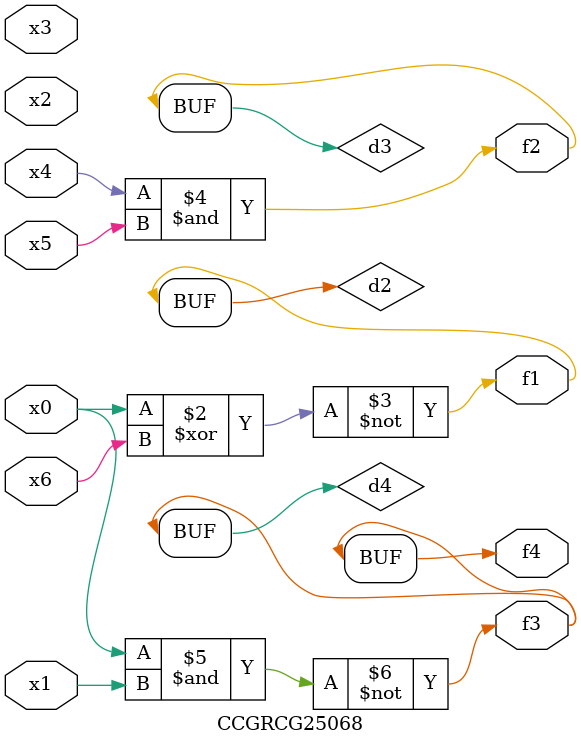
<source format=v>
module CCGRCG25068(
	input x0, x1, x2, x3, x4, x5, x6,
	output f1, f2, f3, f4
);

	wire d1, d2, d3, d4;

	nor (d1, x0);
	xnor (d2, x0, x6);
	and (d3, x4, x5);
	nand (d4, x0, x1);
	assign f1 = d2;
	assign f2 = d3;
	assign f3 = d4;
	assign f4 = d4;
endmodule

</source>
